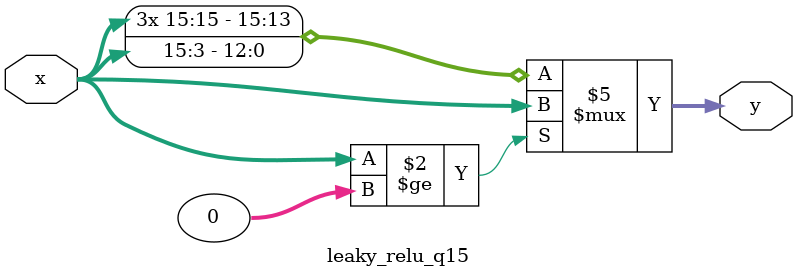
<source format=v>

module leaky_relu_q15 (
    input  wire signed [15:0] x,
    output reg  signed [15:0] y
);
    always @* begin
        if (x >= 0)
            y = x;
        else
            y = x >>> 3;   // divide by 8
    end
endmodule
</source>
